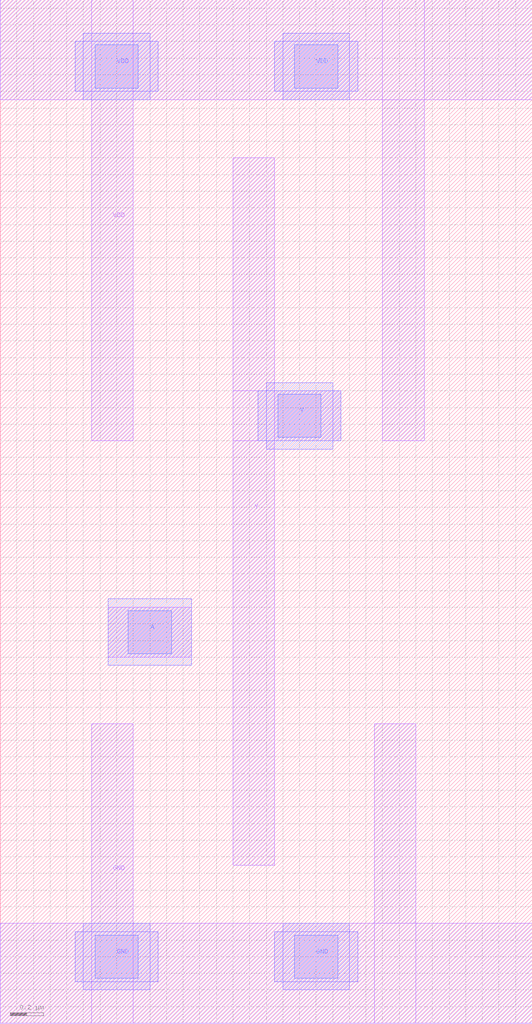
<source format=lef>
# Copyright 2022 Google LLC
# Licensed under the Apache License, Version 2.0 (the "License");
# you may not use this file except in compliance with the License.
# You may obtain a copy of the License at
#
#      http://www.apache.org/licenses/LICENSE-2.0
#
# Unless required by applicable law or agreed to in writing, software
# distributed under the License is distributed on an "AS IS" BASIS,
# WITHOUT WARRANTIES OR CONDITIONS OF ANY KIND, either express or implied.
# See the License for the specific language governing permissions and
# limitations under the License.
VERSION 5.7 ;
BUSBITCHARS "[]" ;
DIVIDERCHAR "/" ;

MACRO gf180mcu_osu_sc_9T_inv_2
  CLASS CORE ;
  ORIGIN 0 0 ;
  FOREIGN gf180mcu_osu_sc_9T_inv_2 0 0 ;
  SIZE 3.2 BY 6.15 ;
  SYMMETRY X Y ;
  SITE 9T ;
  PIN A
    DIRECTION INPUT ;
    USE SIGNAL ;
    PORT
      LAYER MET1 ;
        RECT 0.65 2.2 1.15 2.5 ;
      LAYER MET2 ;
        RECT 0.65 2.15 1.15 2.55 ;
      LAYER VIA12 ;
        RECT 0.77 2.22 1.03 2.48 ;
    END
  END A
  PIN GND
    DIRECTION INPUT ;
    USE SIGNAL ;
    PORT
      LAYER MET1 ;
        RECT 0 0 3.2 0.6 ;
        RECT 2.25 0 2.5 1.8 ;
        RECT 0.55 0 0.8 1.8 ;
      LAYER MET2 ;
        RECT 1.65 0.25 2.15 0.55 ;
        RECT 1.7 0.2 2.1 0.6 ;
        RECT 0.45 0.25 0.95 0.55 ;
        RECT 0.5 0.2 0.9 0.6 ;
      LAYER VIA12 ;
        RECT 0.57 0.27 0.83 0.53 ;
        RECT 1.77 0.27 2.03 0.53 ;
    END
  END GND
  PIN VDD
    DIRECTION INOUT ;
    USE POWER ;
    SHAPE ABUTMENT ;
    PORT
      LAYER MET1 ;
        RECT 0 5.55 3.2 6.15 ;
        RECT 2.3 3.5 2.55 6.15 ;
        RECT 0.55 3.5 0.8 6.15 ;
      LAYER MET2 ;
        RECT 1.65 5.6 2.15 5.9 ;
        RECT 1.7 5.55 2.1 5.95 ;
        RECT 0.45 5.6 0.95 5.9 ;
        RECT 0.5 5.55 0.9 5.95 ;
      LAYER VIA12 ;
        RECT 0.57 5.62 0.83 5.88 ;
        RECT 1.77 5.62 2.03 5.88 ;
    END
  END VDD
  PIN Y
    DIRECTION OUTPUT ;
    USE SIGNAL ;
    PORT
      LAYER MET1 ;
        RECT 1.4 3.5 2.05 3.8 ;
        RECT 1.4 0.95 1.65 5.2 ;
      LAYER MET2 ;
        RECT 1.55 3.5 2.05 3.8 ;
        RECT 1.6 3.45 2 3.85 ;
      LAYER VIA12 ;
        RECT 1.67 3.52 1.93 3.78 ;
    END
  END Y
END gf180mcu_osu_sc_9T_inv_2

</source>
